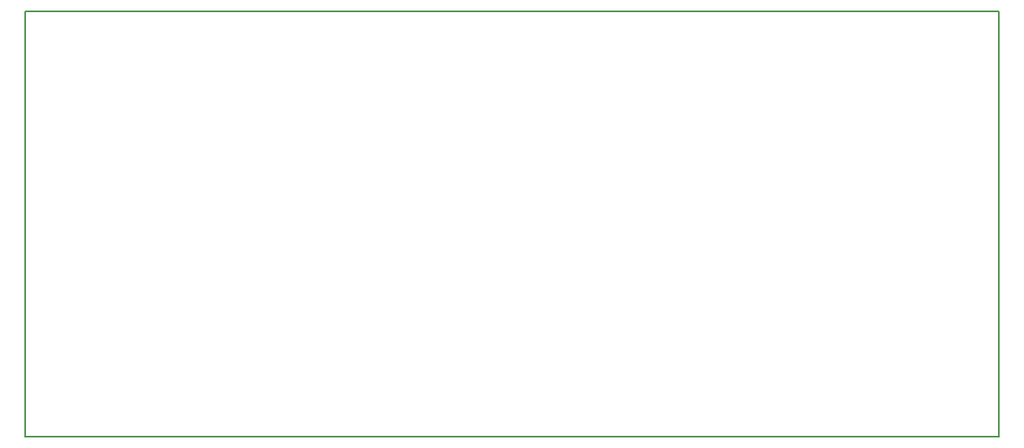
<source format=gm1>
G04 #@! TF.GenerationSoftware,KiCad,Pcbnew,(5.0.0)*
G04 #@! TF.CreationDate,2020-02-24T01:00:23-08:00*
G04 #@! TF.ProjectId,PowerShuffler,506F77657253687566666C65722E6B69,rev?*
G04 #@! TF.SameCoordinates,Original*
G04 #@! TF.FileFunction,Profile,NP*
%FSLAX46Y46*%
G04 Gerber Fmt 4.6, Leading zero omitted, Abs format (unit mm)*
G04 Created by KiCad (PCBNEW (5.0.0)) date 02/24/20 01:00:23*
%MOMM*%
%LPD*%
G01*
G04 APERTURE LIST*
%ADD10C,0.150000*%
G04 APERTURE END LIST*
D10*
X53848000Y-115824000D02*
X53848000Y-71374000D01*
X155448000Y-115824000D02*
X53848000Y-115824000D01*
X155448000Y-71374000D02*
X155448000Y-115824000D01*
X53848000Y-71374000D02*
X155448000Y-71374000D01*
M02*

</source>
